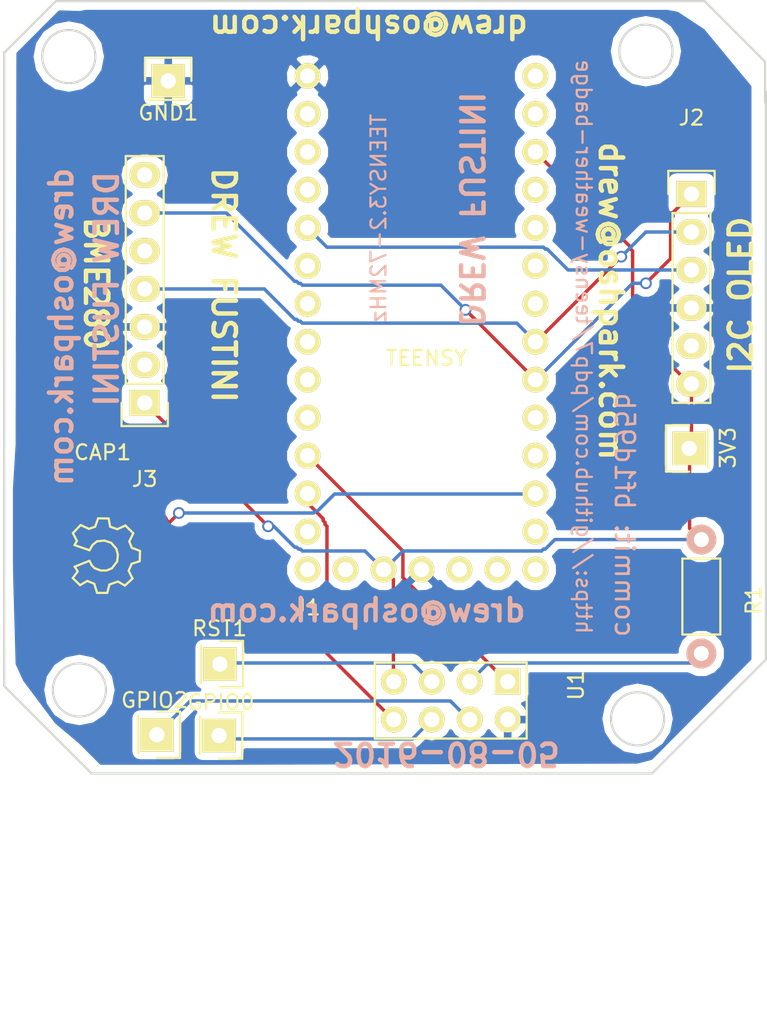
<source format=kicad_pcb>
(kicad_pcb (version 4) (host pcbnew 4.0.2-1.fc23-product)

  (general
    (links 23)
    (no_connects 0)
    (area 121.57158 55.855799 173.82012 124.612401)
    (thickness 1.6)
    (drawings 28)
    (tracks 114)
    (zones 0)
    (modules 12)
    (nets 38)
  )

  (page A4)
  (layers
    (0 F.Cu signal)
    (31 B.Cu signal)
    (32 B.Adhes user)
    (33 F.Adhes user)
    (34 B.Paste user)
    (35 F.Paste user)
    (36 B.SilkS user)
    (37 F.SilkS user)
    (38 B.Mask user)
    (39 F.Mask user)
    (40 Dwgs.User user)
    (41 Cmts.User user)
    (42 Eco1.User user)
    (43 Eco2.User user)
    (44 Edge.Cuts user)
    (45 Margin user)
    (46 B.CrtYd user)
    (47 F.CrtYd user)
    (48 B.Fab user)
    (49 F.Fab user)
  )

  (setup
    (last_trace_width 0.2286)
    (trace_clearance 0.2286)
    (zone_clearance 0.508)
    (zone_45_only no)
    (trace_min 0.2286)
    (segment_width 0.2)
    (edge_width 0.15)
    (via_size 0.7874)
    (via_drill 0.5334)
    (via_min_size 0.762)
    (via_min_drill 0.508)
    (uvia_size 0.3)
    (uvia_drill 0.1)
    (uvias_allowed no)
    (uvia_min_size 0)
    (uvia_min_drill 0)
    (pcb_text_width 0.3)
    (pcb_text_size 1.5 1.5)
    (mod_edge_width 0.15)
    (mod_text_size 1 1)
    (mod_text_width 0.15)
    (pad_size 1.524 1.524)
    (pad_drill 0.762)
    (pad_to_mask_clearance 0.2)
    (aux_axis_origin 0 0)
    (visible_elements FFFFFFFF)
    (pcbplotparams
      (layerselection 0x00030_80000001)
      (usegerberextensions false)
      (excludeedgelayer true)
      (linewidth 0.100000)
      (plotframeref false)
      (viasonmask false)
      (mode 1)
      (useauxorigin false)
      (hpglpennumber 1)
      (hpglpenspeed 20)
      (hpglpendiameter 15)
      (hpglpenoverlay 2)
      (psnegative false)
      (psa4output false)
      (plotreference true)
      (plotvalue true)
      (plotinvisibletext false)
      (padsonsilk false)
      (subtractmaskfromsilk false)
      (outputformat 1)
      (mirror false)
      (drillshape 1)
      (scaleselection 1)
      (outputdirectory ""))
  )

  (net 0 "")
  (net 1 "Net-(J1-Pad0)")
  (net 2 "Net-(J1-Pad1)")
  (net 3 "Net-(J1-Pad2)")
  (net 4 "Net-(J1-Pad5)")
  (net 5 "Net-(J1-Pad6)")
  (net 6 "Net-(J1-Pad7)")
  (net 7 "Net-(J1-Pad8)")
  (net 8 "Net-(J1-PadPGM)")
  (net 9 "Net-(J1-PadDAC)")
  (net 10 "Net-(J1-Pad16)")
  (net 11 "Net-(J1-Pad22)")
  (net 12 "Net-(J1-PadVIN)")
  (net 13 "Net-(J1-Pad21)")
  (net 14 "Net-(J1-Pad20)")
  (net 15 "Net-(J1-Pad23)")
  (net 16 "Net-(J1-Pad14)")
  (net 17 /CS)
  (net 18 /RST)
  (net 19 /GND)
  (net 20 "Net-(J1-Pad9)")
  (net 21 "Net-(J1-Pad10)")
  (net 22 "Net-(J1-Pad11)")
  (net 23 "Net-(J1-Pad12)")
  (net 24 "Net-(J1-Pad13)")
  (net 25 /SDA)
  (net 26 /3.3V)
  (net 27 /VIN)
  (net 28 /SCK)
  (net 29 /3V0)
  (net 30 /SDO)
  (net 31 "Net-(GPIO0-Pad1)")
  (net 32 "Net-(GPIO2-Pad1)")
  (net 33 "Net-(J1-Pad4)")
  (net 34 "Net-(R1-Pad2)")
  (net 35 "Net-(RST1-Pad1)")
  (net 36 "Net-(CAP1-Pad1)")
  (net 37 "Net-(J1-Pad17)")

  (net_class Default "This is the default net class."
    (clearance 0.2286)
    (trace_width 0.2286)
    (via_dia 0.7874)
    (via_drill 0.5334)
    (uvia_dia 0.3)
    (uvia_drill 0.1)
    (add_net /3.3V)
    (add_net /3V0)
    (add_net /CS)
    (add_net /GND)
    (add_net /RST)
    (add_net /SCK)
    (add_net /SDA)
    (add_net /SDO)
    (add_net /VIN)
    (add_net "Net-(CAP1-Pad1)")
    (add_net "Net-(GPIO0-Pad1)")
    (add_net "Net-(GPIO2-Pad1)")
    (add_net "Net-(J1-Pad0)")
    (add_net "Net-(J1-Pad1)")
    (add_net "Net-(J1-Pad10)")
    (add_net "Net-(J1-Pad11)")
    (add_net "Net-(J1-Pad12)")
    (add_net "Net-(J1-Pad13)")
    (add_net "Net-(J1-Pad14)")
    (add_net "Net-(J1-Pad16)")
    (add_net "Net-(J1-Pad17)")
    (add_net "Net-(J1-Pad2)")
    (add_net "Net-(J1-Pad20)")
    (add_net "Net-(J1-Pad21)")
    (add_net "Net-(J1-Pad22)")
    (add_net "Net-(J1-Pad23)")
    (add_net "Net-(J1-Pad4)")
    (add_net "Net-(J1-Pad5)")
    (add_net "Net-(J1-Pad6)")
    (add_net "Net-(J1-Pad7)")
    (add_net "Net-(J1-Pad8)")
    (add_net "Net-(J1-Pad9)")
    (add_net "Net-(J1-PadDAC)")
    (add_net "Net-(J1-PadPGM)")
    (add_net "Net-(J1-PadVIN)")
    (add_net "Net-(R1-Pad2)")
    (add_net "Net-(RST1-Pad1)")
  )

  (module Wickerlib:TEENSY-LC (layer F.Cu) (tedit 57999D63) (tstamp 577135A0)
    (at 153.136601 71.094601)
    (path /57998BF7)
    (fp_text reference J1 (at -10.16 25.4 180) (layer F.SilkS)
      (effects (font (size 1 1) (thickness 0.15)))
    )
    (fp_text value TEENSY3.2-72MHz (at -5.410201 -0.635001 90) (layer B.SilkS)
      (effects (font (size 1 1) (thickness 0.15)) (justify mirror))
    )
    (fp_text user TEENSY (at -2.209801 8.712199) (layer F.SilkS)
      (effects (font (size 1 1) (thickness 0.15)))
    )
    (fp_line (start -11.43 24.13) (end 6.35 24.13) (layer F.CrtYd) (width 0.1524))
    (fp_line (start -11.43 -11.43) (end -11.43 24.13) (layer F.CrtYd) (width 0.1524))
    (fp_line (start 6.35 -11.43) (end -11.43 -11.43) (layer F.CrtYd) (width 0.1524))
    (fp_line (start 6.35 24.13) (end 6.35 -11.43) (layer F.CrtYd) (width 0.1524))
    (pad G1 thru_hole circle (at -10.16 -10.16) (size 1.7272 1.7272) (drill 1.016) (layers *.Cu *.Mask F.SilkS)
      (net 19 /GND))
    (pad 0 thru_hole circle (at -10.16 -7.62) (size 1.7272 1.7272) (drill 1.016) (layers *.Cu *.Mask F.SilkS)
      (net 1 "Net-(J1-Pad0)"))
    (pad 1 thru_hole circle (at -10.16 -5.08) (size 1.7272 1.7272) (drill 1.016) (layers *.Cu *.Mask F.SilkS)
      (net 2 "Net-(J1-Pad1)"))
    (pad 2 thru_hole circle (at -10.16 -2.54) (size 1.7272 1.7272) (drill 1.016) (layers *.Cu *.Mask F.SilkS)
      (net 3 "Net-(J1-Pad2)"))
    (pad 3 thru_hole circle (at -10.16 0) (size 1.7272 1.7272) (drill 1.016) (layers *.Cu *.Mask F.SilkS)
      (net 18 /RST))
    (pad 4 thru_hole circle (at -10.16 2.54) (size 1.7272 1.7272) (drill 1.016) (layers *.Cu *.Mask F.SilkS)
      (net 33 "Net-(J1-Pad4)"))
    (pad 5 thru_hole circle (at -10.16 5.08) (size 1.7272 1.7272) (drill 1.016) (layers *.Cu *.Mask F.SilkS)
      (net 4 "Net-(J1-Pad5)"))
    (pad 6 thru_hole circle (at -10.16 7.62) (size 1.7272 1.7272) (drill 1.016) (layers *.Cu *.Mask F.SilkS)
      (net 5 "Net-(J1-Pad6)"))
    (pad 7 thru_hole circle (at -10.16 10.16) (size 1.7272 1.7272) (drill 1.016) (layers *.Cu *.Mask F.SilkS)
      (net 6 "Net-(J1-Pad7)"))
    (pad 8 thru_hole circle (at -10.16 12.7) (size 1.7272 1.7272) (drill 1.016) (layers *.Cu *.Mask F.SilkS)
      (net 7 "Net-(J1-Pad8)"))
    (pad 9 thru_hole circle (at -10.16 15.24) (size 1.7272 1.7272) (drill 1.016) (layers *.Cu *.Mask F.SilkS)
      (net 20 "Net-(J1-Pad9)"))
    (pad 10 thru_hole circle (at -10.16 17.78) (size 1.7272 1.7272) (drill 1.016) (layers *.Cu *.Mask F.SilkS)
      (net 21 "Net-(J1-Pad10)"))
    (pad 11 thru_hole circle (at -10.16 20.32) (size 1.7272 1.7272) (drill 1.016) (layers *.Cu *.Mask F.SilkS)
      (net 22 "Net-(J1-Pad11)"))
    (pad 12 thru_hole circle (at -10.16 22.86) (size 1.7272 1.7272) (drill 1.016) (layers *.Cu *.Mask F.SilkS)
      (net 23 "Net-(J1-Pad12)"))
    (pad 17A thru_hole circle (at -7.62 22.86) (size 1.7272 1.7272) (drill 1.016) (layers *.Cu *.Mask F.SilkS))
    (pad 3V1 thru_hole circle (at -5.08 22.86) (size 1.7272 1.7272) (drill 1.016) (layers *.Cu *.Mask F.SilkS)
      (net 27 /VIN))
    (pad G2 thru_hole circle (at -2.54 22.86) (size 1.7272 1.7272) (drill 1.016) (layers *.Cu *.Mask F.SilkS)
      (net 19 /GND))
    (pad PGM thru_hole circle (at 0 22.86) (size 1.7272 1.7272) (drill 1.016) (layers *.Cu *.Mask F.SilkS)
      (net 8 "Net-(J1-PadPGM)"))
    (pad DAC thru_hole circle (at 2.54 22.86) (size 1.7272 1.7272) (drill 1.016) (layers *.Cu *.Mask F.SilkS)
      (net 9 "Net-(J1-PadDAC)"))
    (pad 13 thru_hole circle (at 5.08 22.86) (size 1.7272 1.7272) (drill 1.016) (layers *.Cu *.Mask F.SilkS)
      (net 24 "Net-(J1-Pad13)"))
    (pad 16 thru_hole circle (at 5.08 15.24) (size 1.7272 1.7272) (drill 1.016) (layers *.Cu *.Mask F.SilkS)
      (net 10 "Net-(J1-Pad16)"))
    (pad 3V2 thru_hole circle (at 5.08 -5.08) (size 1.7272 1.7272) (drill 1.016) (layers *.Cu *.Mask F.SilkS)
      (net 27 /VIN))
    (pad 18 thru_hole circle (at 5.08 10.16) (size 1.7272 1.7272) (drill 1.016) (layers *.Cu *.Mask F.SilkS)
      (net 25 /SDA))
    (pad 17 thru_hole circle (at 5.08 12.7) (size 1.7272 1.7272) (drill 1.016) (layers *.Cu *.Mask F.SilkS)
      (net 37 "Net-(J1-Pad17)"))
    (pad G3 thru_hole circle (at 5.08 -7.62) (size 1.7272 1.7272) (drill 1.016) (layers *.Cu *.Mask F.SilkS))
    (pad 22 thru_hole circle (at 5.08 0) (size 1.7272 1.7272) (drill 1.016) (layers *.Cu *.Mask F.SilkS)
      (net 11 "Net-(J1-Pad22)"))
    (pad VIN thru_hole circle (at 5.08 -10.16) (size 1.7272 1.7272) (drill 1.016) (layers *.Cu *.Mask F.SilkS)
      (net 12 "Net-(J1-PadVIN)"))
    (pad 21 thru_hole circle (at 5.08 2.54) (size 1.7272 1.7272) (drill 1.016) (layers *.Cu *.Mask F.SilkS)
      (net 13 "Net-(J1-Pad21)"))
    (pad 20 thru_hole circle (at 5.08 5.08) (size 1.7272 1.7272) (drill 1.016) (layers *.Cu *.Mask F.SilkS)
      (net 14 "Net-(J1-Pad20)"))
    (pad 19 thru_hole circle (at 5.08 7.62) (size 1.7272 1.7272) (drill 1.016) (layers *.Cu *.Mask F.SilkS)
      (net 28 /SCK))
    (pad 23 thru_hole circle (at 5.08 -2.54) (size 1.7272 1.7272) (drill 1.016) (layers *.Cu *.Mask F.SilkS)
      (net 15 "Net-(J1-Pad23)"))
    (pad 14 thru_hole circle (at 5.08 20.32) (size 1.7272 1.7272) (drill 1.016) (layers *.Cu *.Mask F.SilkS)
      (net 16 "Net-(J1-Pad14)"))
    (pad 15 thru_hole circle (at 5.08 17.78) (size 1.7272 1.7272) (drill 1.016) (layers *.Cu *.Mask F.SilkS)
      (net 36 "Net-(CAP1-Pad1)"))
  )

  (module Wickerlib:Pin_Header_Straight_1x06 (layer F.Cu) (tedit 0) (tstamp 577135AA)
    (at 168.656 68.834)
    (descr "Through hole pin header")
    (tags "pin header")
    (path /57712F77)
    (fp_text reference J2 (at 0 -5.1) (layer F.SilkS)
      (effects (font (size 1 1) (thickness 0.15)))
    )
    (fp_text value OLED-I2C (at 0 -3.1) (layer F.Fab)
      (effects (font (size 1 1) (thickness 0.15)))
    )
    (fp_line (start -1.75 -1.75) (end -1.75 14.45) (layer F.CrtYd) (width 0.05))
    (fp_line (start 1.75 -1.75) (end 1.75 14.45) (layer F.CrtYd) (width 0.05))
    (fp_line (start -1.75 -1.75) (end 1.75 -1.75) (layer F.CrtYd) (width 0.05))
    (fp_line (start -1.75 14.45) (end 1.75 14.45) (layer F.CrtYd) (width 0.05))
    (fp_line (start 1.27 1.27) (end 1.27 13.97) (layer F.SilkS) (width 0.15))
    (fp_line (start 1.27 13.97) (end -1.27 13.97) (layer F.SilkS) (width 0.15))
    (fp_line (start -1.27 13.97) (end -1.27 1.27) (layer F.SilkS) (width 0.15))
    (fp_line (start 1.55 -1.55) (end 1.55 0) (layer F.SilkS) (width 0.15))
    (fp_line (start 1.27 1.27) (end -1.27 1.27) (layer F.SilkS) (width 0.15))
    (fp_line (start -1.55 0) (end -1.55 -1.55) (layer F.SilkS) (width 0.15))
    (fp_line (start -1.55 -1.55) (end 1.55 -1.55) (layer F.SilkS) (width 0.15))
    (pad 1 thru_hole rect (at 0 0) (size 2.032 1.7272) (drill 1.016) (layers *.Cu *.Mask F.SilkS)
      (net 25 /SDA))
    (pad 2 thru_hole oval (at 0 2.54) (size 2.032 1.7272) (drill 1.016) (layers *.Cu *.Mask F.SilkS)
      (net 28 /SCK))
    (pad 3 thru_hole oval (at 0 5.08) (size 2.032 1.7272) (drill 1.016) (layers *.Cu *.Mask F.SilkS)
      (net 18 /RST))
    (pad 4 thru_hole oval (at 0 7.62) (size 2.032 1.7272) (drill 1.016) (layers *.Cu *.Mask F.SilkS)
      (net 19 /GND))
    (pad 5 thru_hole oval (at 0 10.16) (size 2.032 1.7272) (drill 1.016) (layers *.Cu *.Mask F.SilkS)
      (net 26 /3.3V))
    (pad 6 thru_hole oval (at 0 12.7) (size 2.032 1.7272) (drill 1.016) (layers *.Cu *.Mask F.SilkS)
      (net 27 /VIN))
    (model Pin_Headers.3dshapes/Pin_Header_Straight_1x06.wrl
      (at (xyz 0 -0.25 0))
      (scale (xyz 1 1 1))
      (rotate (xyz 0 0 90))
    )
  )

  (module Wickerlib:Pin_Header_Straight_1x07 (layer F.Cu) (tedit 0) (tstamp 577135B5)
    (at 132.08 82.804 180)
    (descr "Through hole pin header")
    (tags "pin header")
    (path /57713409)
    (fp_text reference J3 (at 0 -5.1 180) (layer F.SilkS)
      (effects (font (size 1 1) (thickness 0.15)))
    )
    (fp_text value ADAFRUIT_BME280 (at 0 -3.1 180) (layer F.Fab)
      (effects (font (size 1 1) (thickness 0.15)))
    )
    (fp_line (start -1.75 -1.75) (end -1.75 17) (layer F.CrtYd) (width 0.05))
    (fp_line (start 1.75 -1.75) (end 1.75 17) (layer F.CrtYd) (width 0.05))
    (fp_line (start -1.75 -1.75) (end 1.75 -1.75) (layer F.CrtYd) (width 0.05))
    (fp_line (start -1.75 17) (end 1.75 17) (layer F.CrtYd) (width 0.05))
    (fp_line (start 1.27 1.27) (end 1.27 16.51) (layer F.SilkS) (width 0.15))
    (fp_line (start 1.27 16.51) (end -1.27 16.51) (layer F.SilkS) (width 0.15))
    (fp_line (start -1.27 16.51) (end -1.27 1.27) (layer F.SilkS) (width 0.15))
    (fp_line (start 1.55 -1.55) (end 1.55 0) (layer F.SilkS) (width 0.15))
    (fp_line (start 1.27 1.27) (end -1.27 1.27) (layer F.SilkS) (width 0.15))
    (fp_line (start -1.55 0) (end -1.55 -1.55) (layer F.SilkS) (width 0.15))
    (fp_line (start -1.55 -1.55) (end 1.55 -1.55) (layer F.SilkS) (width 0.15))
    (pad 1 thru_hole rect (at 0 0 180) (size 2.032 1.7272) (drill 1.016) (layers *.Cu *.Mask F.SilkS)
      (net 27 /VIN))
    (pad 2 thru_hole oval (at 0 2.54 180) (size 2.032 1.7272) (drill 1.016) (layers *.Cu *.Mask F.SilkS)
      (net 29 /3V0))
    (pad 3 thru_hole oval (at 0 5.08 180) (size 2.032 1.7272) (drill 1.016) (layers *.Cu *.Mask F.SilkS)
      (net 19 /GND))
    (pad 4 thru_hole oval (at 0 7.62 180) (size 2.032 1.7272) (drill 1.016) (layers *.Cu *.Mask F.SilkS)
      (net 28 /SCK))
    (pad 5 thru_hole oval (at 0 10.16 180) (size 2.032 1.7272) (drill 1.016) (layers *.Cu *.Mask F.SilkS)
      (net 30 /SDO))
    (pad 6 thru_hole oval (at 0 12.7 180) (size 2.032 1.7272) (drill 1.016) (layers *.Cu *.Mask F.SilkS)
      (net 25 /SDA))
    (pad 7 thru_hole oval (at 0 15.24 180) (size 2.032 1.7272) (drill 1.016) (layers *.Cu *.Mask F.SilkS)
      (net 17 /CS))
    (model Pin_Headers.3dshapes/Pin_Header_Straight_1x07.wrl
      (at (xyz 0 -0.3 0))
      (scale (xyz 1 1 1))
      (rotate (xyz 0 0 90))
    )
  )

  (module CHIP-DIPs:Symbol_OSHW-Logo_SilkScreen (layer F.Cu) (tedit 57999FF9) (tstamp 5771CADB)
    (at 129.286 93.0148 270)
    (descr "Symbol, OSHW-Logo, Silk Screen,")
    (tags "Symbol, OSHW-Logo, Silk Screen,")
    (fp_text reference REF** (at 0.09906 -4.38912 270) (layer F.Fab) hide
      (effects (font (size 1 1) (thickness 0.15)))
    )
    (fp_text value Symbol_OSHW-Logo_SilkScreen (at 0.30988 6.56082 270) (layer F.Fab) hide
      (effects (font (size 1 1) (thickness 0.15)))
    )
    (fp_line (start -1.78054 0.92964) (end -2.03962 1.49098) (layer F.SilkS) (width 0.15))
    (fp_line (start -2.03962 1.49098) (end -1.50114 2.00914) (layer F.SilkS) (width 0.15))
    (fp_line (start -1.50114 2.00914) (end -0.98044 1.7399) (layer F.SilkS) (width 0.15))
    (fp_line (start -0.98044 1.7399) (end -0.70104 1.89992) (layer F.SilkS) (width 0.15))
    (fp_line (start 0.73914 1.8796) (end 1.06934 1.6891) (layer F.SilkS) (width 0.15))
    (fp_line (start 1.06934 1.6891) (end 1.50876 2.0193) (layer F.SilkS) (width 0.15))
    (fp_line (start 1.50876 2.0193) (end 1.9812 1.52908) (layer F.SilkS) (width 0.15))
    (fp_line (start 1.9812 1.52908) (end 1.69926 1.04902) (layer F.SilkS) (width 0.15))
    (fp_line (start 1.69926 1.04902) (end 1.88976 0.57912) (layer F.SilkS) (width 0.15))
    (fp_line (start 1.88976 0.57912) (end 2.49936 0.39116) (layer F.SilkS) (width 0.15))
    (fp_line (start 2.49936 0.39116) (end 2.49936 -0.28956) (layer F.SilkS) (width 0.15))
    (fp_line (start 2.49936 -0.28956) (end 1.94056 -0.42926) (layer F.SilkS) (width 0.15))
    (fp_line (start 1.94056 -0.42926) (end 1.7399 -1.00076) (layer F.SilkS) (width 0.15))
    (fp_line (start 1.7399 -1.00076) (end 2.00914 -1.47066) (layer F.SilkS) (width 0.15))
    (fp_line (start 2.00914 -1.47066) (end 1.53924 -1.9812) (layer F.SilkS) (width 0.15))
    (fp_line (start 1.53924 -1.9812) (end 1.02108 -1.71958) (layer F.SilkS) (width 0.15))
    (fp_line (start 1.02108 -1.71958) (end 0.55118 -1.92024) (layer F.SilkS) (width 0.15))
    (fp_line (start 0.55118 -1.92024) (end 0.381 -2.46126) (layer F.SilkS) (width 0.15))
    (fp_line (start 0.381 -2.46126) (end -0.30988 -2.47904) (layer F.SilkS) (width 0.15))
    (fp_line (start -0.30988 -2.47904) (end -0.5207 -1.9304) (layer F.SilkS) (width 0.15))
    (fp_line (start -0.5207 -1.9304) (end -0.9398 -1.76022) (layer F.SilkS) (width 0.15))
    (fp_line (start -0.9398 -1.76022) (end -1.49098 -2.02946) (layer F.SilkS) (width 0.15))
    (fp_line (start -1.49098 -2.02946) (end -2.00914 -1.50114) (layer F.SilkS) (width 0.15))
    (fp_line (start -2.00914 -1.50114) (end -1.76022 -0.96012) (layer F.SilkS) (width 0.15))
    (fp_line (start -1.76022 -0.96012) (end -1.9304 -0.48006) (layer F.SilkS) (width 0.15))
    (fp_line (start -1.9304 -0.48006) (end -2.47904 -0.381) (layer F.SilkS) (width 0.15))
    (fp_line (start -2.47904 -0.381) (end -2.4892 0.32004) (layer F.SilkS) (width 0.15))
    (fp_line (start -2.4892 0.32004) (end -1.9304 0.5207) (layer F.SilkS) (width 0.15))
    (fp_line (start -1.9304 0.5207) (end -1.7907 0.91948) (layer F.SilkS) (width 0.15))
    (fp_line (start 0.35052 0.89916) (end 0.65024 0.7493) (layer F.SilkS) (width 0.15))
    (fp_line (start 0.65024 0.7493) (end 0.8509 0.55118) (layer F.SilkS) (width 0.15))
    (fp_line (start 0.8509 0.55118) (end 1.00076 0.14986) (layer F.SilkS) (width 0.15))
    (fp_line (start 1.00076 0.14986) (end 1.00076 -0.24892) (layer F.SilkS) (width 0.15))
    (fp_line (start 1.00076 -0.24892) (end 0.8509 -0.59944) (layer F.SilkS) (width 0.15))
    (fp_line (start 0.8509 -0.59944) (end 0.39878 -0.94996) (layer F.SilkS) (width 0.15))
    (fp_line (start 0.39878 -0.94996) (end -0.0508 -1.00076) (layer F.SilkS) (width 0.15))
    (fp_line (start -0.0508 -1.00076) (end -0.44958 -0.89916) (layer F.SilkS) (width 0.15))
    (fp_line (start -0.44958 -0.89916) (end -0.8509 -0.55118) (layer F.SilkS) (width 0.15))
    (fp_line (start -0.8509 -0.55118) (end -1.00076 -0.09906) (layer F.SilkS) (width 0.15))
    (fp_line (start -1.00076 -0.09906) (end -0.94996 0.39878) (layer F.SilkS) (width 0.15))
    (fp_line (start -0.94996 0.39878) (end -0.70104 0.70104) (layer F.SilkS) (width 0.15))
    (fp_line (start -0.70104 0.70104) (end -0.35052 0.89916) (layer F.SilkS) (width 0.15))
    (fp_line (start -0.35052 0.89916) (end -0.70104 1.89992) (layer F.SilkS) (width 0.15))
    (fp_line (start 0.35052 0.89916) (end 0.7493 1.89992) (layer F.SilkS) (width 0.15))
  )

  (module Wickerlib:Pin_Header_Straight_1x01 (layer F.Cu) (tedit 57999DF5) (tstamp 57998F33)
    (at 168.5036 85.852 90)
    (descr "Through hole pin header")
    (tags "pin header")
    (path /57999D59)
    (fp_text reference 3V3 (at 0.0508 2.5908 270) (layer F.SilkS)
      (effects (font (size 1 1) (thickness 0.15)))
    )
    (fp_text value 3V3 (at 0.1016 2.54 270) (layer F.Fab)
      (effects (font (size 1 1) (thickness 0.15)))
    )
    (fp_line (start 1.55 -1.55) (end 1.55 0) (layer F.SilkS) (width 0.15))
    (fp_line (start -1.75 -1.75) (end -1.75 1.75) (layer F.CrtYd) (width 0.05))
    (fp_line (start 1.75 -1.75) (end 1.75 1.75) (layer F.CrtYd) (width 0.05))
    (fp_line (start -1.75 -1.75) (end 1.75 -1.75) (layer F.CrtYd) (width 0.05))
    (fp_line (start -1.75 1.75) (end 1.75 1.75) (layer F.CrtYd) (width 0.05))
    (fp_line (start -1.55 0) (end -1.55 -1.55) (layer F.SilkS) (width 0.15))
    (fp_line (start -1.55 -1.55) (end 1.55 -1.55) (layer F.SilkS) (width 0.15))
    (fp_line (start -1.27 1.27) (end 1.27 1.27) (layer F.SilkS) (width 0.15))
    (pad 1 thru_hole rect (at 0 0 90) (size 2.2352 2.2352) (drill 1.016) (layers *.Cu *.Mask F.SilkS)
      (net 27 /VIN))
    (model Pin_Headers.3dshapes/Pin_Header_Straight_1x01.wrl
      (at (xyz 0 0 0))
      (scale (xyz 1 1 1))
      (rotate (xyz 0 0 90))
    )
  )

  (module Wickerlib:Pin_Header_Straight_1x01 (layer F.Cu) (tedit 57999E23) (tstamp 57998F38)
    (at 133.6548 61.2648)
    (descr "Through hole pin header")
    (tags "pin header")
    (path /57999AE9)
    (fp_text reference GND1 (at 0 2.1336 180) (layer F.SilkS)
      (effects (font (size 1 1) (thickness 0.15)))
    )
    (fp_text value GND (at -2.54 0.254 90) (layer F.Fab)
      (effects (font (size 1 1) (thickness 0.15)))
    )
    (fp_line (start 1.55 -1.55) (end 1.55 0) (layer F.SilkS) (width 0.15))
    (fp_line (start -1.75 -1.75) (end -1.75 1.75) (layer F.CrtYd) (width 0.05))
    (fp_line (start 1.75 -1.75) (end 1.75 1.75) (layer F.CrtYd) (width 0.05))
    (fp_line (start -1.75 -1.75) (end 1.75 -1.75) (layer F.CrtYd) (width 0.05))
    (fp_line (start -1.75 1.75) (end 1.75 1.75) (layer F.CrtYd) (width 0.05))
    (fp_line (start -1.55 0) (end -1.55 -1.55) (layer F.SilkS) (width 0.15))
    (fp_line (start -1.55 -1.55) (end 1.55 -1.55) (layer F.SilkS) (width 0.15))
    (fp_line (start -1.27 1.27) (end 1.27 1.27) (layer F.SilkS) (width 0.15))
    (pad 1 thru_hole rect (at 0 0) (size 2.2352 2.2352) (drill 1.016) (layers *.Cu *.Mask F.SilkS)
      (net 19 /GND))
    (model Pin_Headers.3dshapes/Pin_Header_Straight_1x01.wrl
      (at (xyz 0 0 0))
      (scale (xyz 1 1 1))
      (rotate (xyz 0 0 90))
    )
  )

  (module Wickerlib:Pin_Header_Straight_1x01 (layer F.Cu) (tedit 57999F8E) (tstamp 57998F3D)
    (at 137.0584 105.0544 270)
    (descr "Through hole pin header")
    (tags "pin header")
    (path /57999556)
    (fp_text reference GPIO0 (at -2.2352 -0.127 360) (layer F.SilkS)
      (effects (font (size 1 1) (thickness 0.15)))
    )
    (fp_text value GPIO0 (at 0 -3.1 270) (layer F.Fab)
      (effects (font (size 1 1) (thickness 0.15)))
    )
    (fp_line (start 1.55 -1.55) (end 1.55 0) (layer F.SilkS) (width 0.15))
    (fp_line (start -1.75 -1.75) (end -1.75 1.75) (layer F.CrtYd) (width 0.05))
    (fp_line (start 1.75 -1.75) (end 1.75 1.75) (layer F.CrtYd) (width 0.05))
    (fp_line (start -1.75 -1.75) (end 1.75 -1.75) (layer F.CrtYd) (width 0.05))
    (fp_line (start -1.75 1.75) (end 1.75 1.75) (layer F.CrtYd) (width 0.05))
    (fp_line (start -1.55 0) (end -1.55 -1.55) (layer F.SilkS) (width 0.15))
    (fp_line (start -1.55 -1.55) (end 1.55 -1.55) (layer F.SilkS) (width 0.15))
    (fp_line (start -1.27 1.27) (end 1.27 1.27) (layer F.SilkS) (width 0.15))
    (pad 1 thru_hole rect (at 0 0 270) (size 2.2352 2.2352) (drill 1.016) (layers *.Cu *.Mask F.SilkS)
      (net 31 "Net-(GPIO0-Pad1)"))
    (model Pin_Headers.3dshapes/Pin_Header_Straight_1x01.wrl
      (at (xyz 0 0 0))
      (scale (xyz 1 1 1))
      (rotate (xyz 0 0 90))
    )
  )

  (module Wickerlib:Pin_Header_Straight_1x01 (layer F.Cu) (tedit 57999F92) (tstamp 57998F42)
    (at 132.8928 105.0036 270)
    (descr "Through hole pin header")
    (tags "pin header")
    (path /579994A9)
    (fp_text reference GPIO2 (at -2.3114 0.1524 360) (layer F.SilkS)
      (effects (font (size 1 1) (thickness 0.15)))
    )
    (fp_text value GPIO2 (at 0.0508 2.3368 450) (layer F.Fab)
      (effects (font (size 1 1) (thickness 0.15)))
    )
    (fp_line (start 1.55 -1.55) (end 1.55 0) (layer F.SilkS) (width 0.15))
    (fp_line (start -1.75 -1.75) (end -1.75 1.75) (layer F.CrtYd) (width 0.05))
    (fp_line (start 1.75 -1.75) (end 1.75 1.75) (layer F.CrtYd) (width 0.05))
    (fp_line (start -1.75 -1.75) (end 1.75 -1.75) (layer F.CrtYd) (width 0.05))
    (fp_line (start -1.75 1.75) (end 1.75 1.75) (layer F.CrtYd) (width 0.05))
    (fp_line (start -1.55 0) (end -1.55 -1.55) (layer F.SilkS) (width 0.15))
    (fp_line (start -1.55 -1.55) (end 1.55 -1.55) (layer F.SilkS) (width 0.15))
    (fp_line (start -1.27 1.27) (end 1.27 1.27) (layer F.SilkS) (width 0.15))
    (pad 1 thru_hole rect (at 0 0 270) (size 2.2352 2.2352) (drill 1.016) (layers *.Cu *.Mask F.SilkS)
      (net 32 "Net-(GPIO2-Pad1)"))
    (model Pin_Headers.3dshapes/Pin_Header_Straight_1x01.wrl
      (at (xyz 0 0 0))
      (scale (xyz 1 1 1))
      (rotate (xyz 0 0 90))
    )
  )

  (module Resistors_ThroughHole:Resistor_Horizontal_RM7mm (layer F.Cu) (tedit 569FCF07) (tstamp 57998F48)
    (at 169.3164 91.948 270)
    (descr "Resistor, Axial,  RM 7.62mm, 1/3W,")
    (tags "Resistor Axial RM 7.62mm 1/3W R3")
    (path /57999054)
    (fp_text reference R1 (at 4.05892 -3.50012 270) (layer F.SilkS)
      (effects (font (size 1 1) (thickness 0.15)))
    )
    (fp_text value R (at 3.81 3.81 270) (layer F.Fab)
      (effects (font (size 1 1) (thickness 0.15)))
    )
    (fp_line (start -1.25 -1.5) (end 8.85 -1.5) (layer F.CrtYd) (width 0.05))
    (fp_line (start -1.25 1.5) (end -1.25 -1.5) (layer F.CrtYd) (width 0.05))
    (fp_line (start 8.85 -1.5) (end 8.85 1.5) (layer F.CrtYd) (width 0.05))
    (fp_line (start -1.25 1.5) (end 8.85 1.5) (layer F.CrtYd) (width 0.05))
    (fp_line (start 1.27 -1.27) (end 6.35 -1.27) (layer F.SilkS) (width 0.15))
    (fp_line (start 6.35 -1.27) (end 6.35 1.27) (layer F.SilkS) (width 0.15))
    (fp_line (start 6.35 1.27) (end 1.27 1.27) (layer F.SilkS) (width 0.15))
    (fp_line (start 1.27 1.27) (end 1.27 -1.27) (layer F.SilkS) (width 0.15))
    (pad 1 thru_hole circle (at 0 0 270) (size 1.99898 1.99898) (drill 1.00076) (layers *.Cu *.SilkS *.Mask)
      (net 27 /VIN))
    (pad 2 thru_hole circle (at 7.62 0 270) (size 1.99898 1.99898) (drill 1.00076) (layers *.Cu *.SilkS *.Mask)
      (net 34 "Net-(R1-Pad2)"))
  )

  (module Wickerlib:Pin_Header_Straight_1x01 (layer F.Cu) (tedit 57999F9E) (tstamp 57998F4D)
    (at 137.1092 100.2792 270)
    (descr "Through hole pin header")
    (tags "pin header")
    (path /579993C8)
    (fp_text reference RST1 (at -2.3876 0.0254 360) (layer F.SilkS)
      (effects (font (size 1 1) (thickness 0.15)))
    )
    (fp_text value RST (at 0 -3.1 270) (layer F.Fab)
      (effects (font (size 1 1) (thickness 0.15)))
    )
    (fp_line (start 1.55 -1.55) (end 1.55 0) (layer F.SilkS) (width 0.15))
    (fp_line (start -1.75 -1.75) (end -1.75 1.75) (layer F.CrtYd) (width 0.05))
    (fp_line (start 1.75 -1.75) (end 1.75 1.75) (layer F.CrtYd) (width 0.05))
    (fp_line (start -1.75 -1.75) (end 1.75 -1.75) (layer F.CrtYd) (width 0.05))
    (fp_line (start -1.75 1.75) (end 1.75 1.75) (layer F.CrtYd) (width 0.05))
    (fp_line (start -1.55 0) (end -1.55 -1.55) (layer F.SilkS) (width 0.15))
    (fp_line (start -1.55 -1.55) (end 1.55 -1.55) (layer F.SilkS) (width 0.15))
    (fp_line (start -1.27 1.27) (end 1.27 1.27) (layer F.SilkS) (width 0.15))
    (pad 1 thru_hole rect (at 0 0 270) (size 2.2352 2.2352) (drill 1.016) (layers *.Cu *.Mask F.SilkS)
      (net 35 "Net-(RST1-Pad1)"))
    (model Pin_Headers.3dshapes/Pin_Header_Straight_1x01.wrl
      (at (xyz 0 0 0))
      (scale (xyz 1 1 1))
      (rotate (xyz 0 0 90))
    )
  )

  (module ESP8266:ESP-01 (layer F.Cu) (tedit 553C10FF) (tstamp 57998F59)
    (at 156.3624 101.4476 270)
    (descr "Module, ESP-8266, ESP-01, 8 pin")
    (tags "Module ESP-8266 ESP8266")
    (path /57998B43)
    (fp_text reference U1 (at 0.254 -4.572 270) (layer F.SilkS)
      (effects (font (size 1 1) (thickness 0.15)))
    )
    (fp_text value ESP-01v090 (at 12.192 3.556 270) (layer F.Fab)
      (effects (font (size 1 1) (thickness 0.15)))
    )
    (fp_line (start -1.778 -3.302) (end 22.86 -3.302) (layer F.Fab) (width 0.1524))
    (fp_line (start 22.86 -3.302) (end 22.86 10.922) (layer F.Fab) (width 0.1524))
    (fp_line (start 22.86 10.922) (end -1.778 10.922) (layer F.Fab) (width 0.1524))
    (fp_line (start -1.778 10.922) (end -1.778 -3.302) (layer F.Fab) (width 0.1524))
    (fp_line (start 1.27 -1.27) (end -1.27 -1.27) (layer F.SilkS) (width 0.1524))
    (fp_line (start -1.27 -1.27) (end -1.27 1.27) (layer F.SilkS) (width 0.1524))
    (fp_line (start -1.75 -1.75) (end -1.75 9.4) (layer F.CrtYd) (width 0.05))
    (fp_line (start 4.3 -1.75) (end 4.3 9.4) (layer F.CrtYd) (width 0.05))
    (fp_line (start -1.75 -1.75) (end 4.3 -1.75) (layer F.CrtYd) (width 0.05))
    (fp_line (start -1.75 9.4) (end 4.3 9.4) (layer F.CrtYd) (width 0.05))
    (fp_line (start -1.27 1.27) (end -1.27 8.89) (layer F.SilkS) (width 0.1524))
    (fp_line (start -1.27 8.89) (end 3.81 8.89) (layer F.SilkS) (width 0.1524))
    (fp_line (start 3.81 8.89) (end 3.81 -1.27) (layer F.SilkS) (width 0.1524))
    (fp_line (start 3.81 -1.27) (end 1.27 -1.27) (layer F.SilkS) (width 0.1524))
    (pad 1 thru_hole rect (at 0 0 270) (size 1.7272 1.7272) (drill 1.016) (layers *.Cu *.Mask F.SilkS)
      (net 20 "Net-(J1-Pad9)"))
    (pad 2 thru_hole oval (at 2.54 0 270) (size 1.7272 1.7272) (drill 1.016) (layers *.Cu *.Mask F.SilkS)
      (net 19 /GND))
    (pad 3 thru_hole oval (at 0 2.54 270) (size 1.7272 1.7272) (drill 1.016) (layers *.Cu *.Mask F.SilkS)
      (net 34 "Net-(R1-Pad2)"))
    (pad 4 thru_hole oval (at 2.54 2.54 270) (size 1.7272 1.7272) (drill 1.016) (layers *.Cu *.Mask F.SilkS)
      (net 32 "Net-(GPIO2-Pad1)"))
    (pad 5 thru_hole oval (at 0 5.08 270) (size 1.7272 1.7272) (drill 1.016) (layers *.Cu *.Mask F.SilkS)
      (net 35 "Net-(RST1-Pad1)"))
    (pad 6 thru_hole oval (at 2.54 5.08 270) (size 1.7272 1.7272) (drill 1.016) (layers *.Cu *.Mask F.SilkS)
      (net 31 "Net-(GPIO0-Pad1)"))
    (pad 7 thru_hole oval (at 0 7.62 270) (size 1.7272 1.7272) (drill 1.016) (layers *.Cu *.Mask F.SilkS)
      (net 27 /VIN))
    (pad 8 thru_hole oval (at 2.54 7.62 270) (size 1.7272 1.7272) (drill 1.016) (layers *.Cu *.Mask F.SilkS)
      (net 21 "Net-(J1-Pad10)"))
  )

  (module Wickerlib:CAPSENSE_CIRCLE_D10 (layer F.Cu) (tedit 56C12BC6) (tstamp 57999605)
    (at 129.286 93.1672)
    (path /5799AACF)
    (fp_text reference CAP1 (at -0.025 -7.05) (layer F.SilkS)
      (effects (font (size 1 1) (thickness 0.15)))
    )
    (fp_text value CAPSENSE_CIRCLE (at 0.025 7.325) (layer F.Fab)
      (effects (font (size 1 1) (thickness 0.15)))
    )
    (pad 1 smd circle (at 0 0) (size 10.16 10.16) (layers F.Cu)
      (net 36 "Net-(CAP1-Pad1)") (clearance 0.508))
  )

  (gr_text "commit: bf1d95b" (at 164.1856 90.297 270) (layer B.SilkS)
    (effects (font (size 1.27 1.27) (thickness 0.1778)) (justify mirror))
  )
  (gr_text https://github.com/pdp7/teensy-weather-badge (at 161.4424 79.0448 270) (layer B.SilkS)
    (effects (font (size 1.016 1.016) (thickness 0.1524)) (justify mirror))
  )
  (gr_text 2016-08-05 (at 152.2476 106.2736 180) (layer B.SilkS)
    (effects (font (size 1.5 1.5) (thickness 0.3)) (justify mirror))
  )
  (gr_circle (center 127 59.6392) (end 128.4224 60.706) (layer Edge.Cuts) (width 0.15) (tstamp 5799942A))
  (gr_circle (center 127.7112 102.0064) (end 129.1336 103.0732) (layer Edge.Cuts) (width 0.15) (tstamp 57999428))
  (gr_text "drew@oshpark.com\n" (at 163.2712 75.9968 270) (layer F.SilkS)
    (effects (font (size 1.5 1.5) (thickness 0.3)))
  )
  (gr_line (start 173.5836 59.9948) (end 173.5836 62.738) (angle 90) (layer Edge.Cuts) (width 0.15))
  (gr_line (start 169.5196 55.9308) (end 173.5836 59.9948) (angle 90) (layer Edge.Cuts) (width 0.15))
  (gr_line (start 163.7792 55.9308) (end 169.5196 55.9308) (angle 90) (layer Edge.Cuts) (width 0.15))
  (gr_line (start 126.1364 55.9308) (end 163.7792 55.9308) (angle 90) (layer Edge.Cuts) (width 0.15))
  (gr_line (start 125.73 56.3372) (end 126.1364 55.9308) (angle 90) (layer Edge.Cuts) (width 0.15))
  (gr_line (start 124.968 57.0992) (end 125.73 56.3372) (angle 90) (layer Edge.Cuts) (width 0.15))
  (gr_line (start 122.682 59.3852) (end 124.968 57.0992) (angle 90) (layer Edge.Cuts) (width 0.15))
  (gr_circle (center 165.608 59.2836) (end 167.0304 60.3504) (layer Edge.Cuts) (width 0.15) (tstamp 5799924E))
  (gr_circle (center 165.0492 103.9368) (end 166.4716 105.0036) (layer Edge.Cuts) (width 0.15))
  (gr_line (start 122.682 101.7524) (end 122.682 59.3344) (angle 90) (layer Edge.Cuts) (width 0.15))
  (gr_line (start 128.524 107.5944) (end 122.682 101.7524) (angle 90) (layer Edge.Cuts) (width 0.15))
  (gr_line (start 166.0144 107.5944) (end 128.524 107.5944) (angle 90) (layer Edge.Cuts) (width 0.15))
  (gr_line (start 173.6344 99.9744) (end 166.0144 107.5944) (angle 90) (layer Edge.Cuts) (width 0.15))
  (gr_line (start 173.6344 61.976) (end 173.6344 99.9744) (angle 90) (layer Edge.Cuts) (width 0.15))
  (gr_text "drew@oshpark.com\n" (at 126.492 77.724 90) (layer B.SilkS) (tstamp 5772915B)
    (effects (font (size 1.5 1.5) (thickness 0.3)) (justify mirror))
  )
  (gr_text "DREW FUSTINI\n" (at 137.3632 74.93 270) (layer F.SilkS) (tstamp 57729157)
    (effects (font (size 1.5 1.5) (thickness 0.3)))
  )
  (gr_text "DREW FUSTINI\n" (at 153.924 69.85 270) (layer B.SilkS) (tstamp 57727945)
    (effects (font (size 1.5 1.5) (thickness 0.3)) (justify mirror))
  )
  (gr_text "drew@oshpark.com\n" (at 147.066 57.658 180) (layer F.SilkS) (tstamp 57727941)
    (effects (font (size 1.5 1.5) (thickness 0.3)))
  )
  (gr_text "drew@oshpark.com\n" (at 146.9136 96.6724) (layer B.SilkS)
    (effects (font (size 1.5 1.5) (thickness 0.3)) (justify mirror))
  )
  (gr_text "DREW FUSTINI\n" (at 129.54 75.184 90) (layer B.SilkS)
    (effects (font (size 1.5 1.5) (thickness 0.3)) (justify mirror))
  )
  (gr_text "I2C OLED" (at 171.958 75.5904 90) (layer F.SilkS)
    (effects (font (size 1.5 1.5) (thickness 0.3)))
  )
  (gr_text BME280 (at 128.8288 74.8284 270) (layer F.SilkS)
    (effects (font (size 1.5 1.5) (thickness 0.3)))
  )

  (segment (start 142.976601 71.094601) (end 144.272 72.39) (width 0.2286) (layer B.Cu) (net 18) (status 80000))
  (segment (start 144.272 72.39) (end 158.75 72.39) (width 0.2286) (layer B.Cu) (net 18) (status 80000))
  (segment (start 158.75 72.39) (end 158.877 72.517) (width 0.2286) (layer B.Cu) (net 18) (status 80000))
  (segment (start 158.877 72.517) (end 159.004 72.517) (width 0.2286) (layer B.Cu) (net 18) (status 80000))
  (segment (start 159.004 72.517) (end 160.401 73.914) (width 0.2286) (layer B.Cu) (net 18) (status 80000))
  (segment (start 160.401 73.914) (end 168.656 73.914) (width 0.2286) (layer B.Cu) (net 18) (status 80000))
  (segment (start 142.976601 86.334601) (end 149.352 92.71) (width 0.2286) (layer F.Cu) (net 20) (status 80000))
  (segment (start 149.352 92.71) (end 149.352 94.488) (width 0.2286) (layer F.Cu) (net 20) (status 80000))
  (segment (start 149.352 94.488) (end 149.479 94.615) (width 0.2286) (layer F.Cu) (net 20) (status 80000))
  (segment (start 149.479 94.615) (end 149.479 94.742) (width 0.2286) (layer F.Cu) (net 20) (status 80000))
  (segment (start 149.479 94.742) (end 149.733 94.996) (width 0.2286) (layer F.Cu) (net 20) (status 80000))
  (segment (start 149.733 94.996) (end 149.86 94.996) (width 0.2286) (layer F.Cu) (net 20) (status 80000))
  (segment (start 149.86 94.996) (end 156.337 101.473) (width 0.2286) (layer F.Cu) (net 20) (status 80000))
  (segment (start 156.337 101.473) (end 156.3624 101.4476) (width 0.2286) (layer F.Cu) (net 20) (tstamp 57A4E7B1) (status 80000))
  (segment (start 148.7424 103.9876) (end 148.59 103.886) (width 0.2286) (layer F.Cu) (net 21) (status 80000))
  (segment (start 148.59 103.886) (end 144.272 99.568) (width 0.2286) (layer F.Cu) (net 21) (status 80000))
  (segment (start 144.272 99.568) (end 144.272 91.059) (width 0.2286) (layer F.Cu) (net 21) (status 80000))
  (segment (start 144.272 91.059) (end 144.145 90.932) (width 0.2286) (layer F.Cu) (net 21) (status 80000))
  (segment (start 144.145 90.932) (end 144.145 90.805) (width 0.2286) (layer F.Cu) (net 21) (status 80000))
  (segment (start 144.145 90.805) (end 144.018 90.678) (width 0.2286) (layer F.Cu) (net 21) (status 80000))
  (segment (start 144.018 90.678) (end 144.018 90.551) (width 0.2286) (layer F.Cu) (net 21) (status 80000))
  (segment (start 144.018 90.551) (end 143.002 89.535) (width 0.2286) (layer F.Cu) (net 21) (status 80000))
  (segment (start 143.002 89.535) (end 143.002 88.9) (width 0.2286) (layer F.Cu) (net 21) (status 80000))
  (segment (start 143.002 88.9) (end 142.976601 88.874601) (width 0.2286) (layer F.Cu) (net 21) (tstamp 57A4E7AF) (status 80000))
  (segment (start 158.216601 81.254601) (end 153.543 76.581) (width 0.2286) (layer F.Cu) (net 25) (status 80000))
  (via (at 153.543 76.581) (size 0.7874) (layers F.Cu B.Cu) (net 25) (status 80000))
  (segment (start 153.543 76.581) (end 151.892 74.93) (width 0.2286) (layer B.Cu) (net 25) (status 80000))
  (segment (start 151.892 74.93) (end 142.621 74.93) (width 0.2286) (layer B.Cu) (net 25) (status 80000))
  (segment (start 142.621 74.93) (end 142.494 74.803) (width 0.2286) (layer B.Cu) (net 25) (status 80000))
  (segment (start 142.494 74.803) (end 142.367 74.803) (width 0.2286) (layer B.Cu) (net 25) (status 80000))
  (segment (start 142.367 74.803) (end 142.24 74.676) (width 0.2286) (layer B.Cu) (net 25) (status 80000))
  (segment (start 142.24 74.676) (end 142.113 74.676) (width 0.2286) (layer B.Cu) (net 25) (status 80000))
  (segment (start 142.113 74.676) (end 137.541 70.104) (width 0.2286) (layer B.Cu) (net 25) (status 80000))
  (segment (start 137.541 70.104) (end 132.08 70.104) (width 0.2286) (layer B.Cu) (net 25) (status 80000))
  (segment (start 158.216601 81.254601) (end 158.369 81.153) (width 0.2286) (layer B.Cu) (net 25) (status 80000))
  (segment (start 158.369 81.153) (end 164.719 74.803) (width 0.2286) (layer B.Cu) (net 25) (status 80000))
  (segment (start 164.719 74.803) (end 165.608 74.803) (width 0.2286) (layer B.Cu) (net 25) (status 80000))
  (via (at 165.608 74.803) (size 0.7874) (layers F.Cu B.Cu) (net 25) (status 80000))
  (segment (start 165.608 74.803) (end 167.259 73.152) (width 0.2286) (layer F.Cu) (net 25) (status 80000))
  (segment (start 167.259 73.152) (end 167.259 70.104) (width 0.2286) (layer F.Cu) (net 25) (status 80000))
  (segment (start 167.259 70.104) (end 167.386 70.104) (width 0.2286) (layer F.Cu) (net 25) (status 80000))
  (segment (start 167.386 70.104) (end 168.656 68.834) (width 0.2286) (layer F.Cu) (net 25) (status 80000))
  (segment (start 148.056601 93.954601) (end 146.812 92.71) (width 0.2286) (layer B.Cu) (net 27) (status 80000))
  (segment (start 146.812 92.71) (end 142.621 92.71) (width 0.2286) (layer B.Cu) (net 27) (status 80000))
  (segment (start 142.621 92.71) (end 142.494 92.583) (width 0.2286) (layer B.Cu) (net 27) (status 80000))
  (segment (start 142.494 92.583) (end 142.367 92.583) (width 0.2286) (layer B.Cu) (net 27) (status 80000))
  (segment (start 142.367 92.583) (end 142.24 92.456) (width 0.2286) (layer B.Cu) (net 27) (status 80000))
  (segment (start 142.24 92.456) (end 142.113 92.456) (width 0.2286) (layer B.Cu) (net 27) (status 80000))
  (segment (start 142.113 92.456) (end 140.716 91.059) (width 0.2286) (layer B.Cu) (net 27) (status 80000))
  (segment (start 140.716 91.059) (end 140.335 91.059) (width 0.2286) (layer B.Cu) (net 27) (status 80000))
  (via (at 140.335 91.059) (size 0.7874) (layers F.Cu B.Cu) (net 27) (status 80000))
  (segment (start 140.335 91.059) (end 132.08 82.804) (width 0.2286) (layer F.Cu) (net 27) (status 80000))
  (segment (start 168.656 81.534) (end 168.529 81.534) (width 0.2286) (layer F.Cu) (net 27) (status 80000))
  (segment (start 168.529 81.534) (end 164.719 77.724) (width 0.2286) (layer F.Cu) (net 27) (status 80000))
  (segment (start 164.719 77.724) (end 164.719 72.644) (width 0.2286) (layer F.Cu) (net 27) (status 80000))
  (segment (start 164.719 72.644) (end 164.592 72.517) (width 0.2286) (layer F.Cu) (net 27) (status 80000))
  (segment (start 164.592 72.517) (end 164.592 72.39) (width 0.2286) (layer F.Cu) (net 27) (status 80000))
  (segment (start 164.592 72.39) (end 158.216601 66.014601) (width 0.2286) (layer F.Cu) (net 27) (status 80000))
  (segment (start 148.056601 93.954601) (end 148.209 93.853) (width 0.2286) (layer B.Cu) (net 27) (status 80000))
  (segment (start 148.209 93.853) (end 149.352 92.71) (width 0.2286) (layer B.Cu) (net 27) (status 80000))
  (segment (start 149.352 92.71) (end 158.623 92.71) (width 0.2286) (layer B.Cu) (net 27) (status 80000))
  (segment (start 158.623 92.71) (end 158.75 92.583) (width 0.2286) (layer B.Cu) (net 27) (status 80000))
  (segment (start 158.75 92.583) (end 158.877 92.583) (width 0.2286) (layer B.Cu) (net 27) (status 80000))
  (segment (start 158.877 92.583) (end 159.512 91.948) (width 0.2286) (layer B.Cu) (net 27) (status 80000))
  (segment (start 159.512 91.948) (end 169.3164 91.948) (width 0.2286) (layer B.Cu) (net 27) (status 80000))
  (segment (start 148.056601 93.954601) (end 148.717 94.615) (width 0.2286) (layer F.Cu) (net 27) (status 80000))
  (segment (start 148.717 94.615) (end 148.717 101.473) (width 0.2286) (layer F.Cu) (net 27) (status 80000))
  (segment (start 148.717 101.473) (end 148.7424 101.4476) (width 0.2286) (layer F.Cu) (net 27) (tstamp 57A4E7AC) (status 80000))
  (segment (start 169.3164 91.948) (end 169.291 91.948) (width 0.2286) (layer F.Cu) (net 27) (status 80000))
  (segment (start 169.291 91.948) (end 168.529 91.186) (width 0.2286) (layer F.Cu) (net 27) (status 80000))
  (segment (start 168.529 91.186) (end 168.529 85.852) (width 0.2286) (layer F.Cu) (net 27) (status 80000))
  (segment (start 168.529 85.852) (end 168.5036 85.852) (width 0.2286) (layer F.Cu) (net 27) (tstamp 57A4E7AB) (status 80000))
  (segment (start 168.5036 85.852) (end 168.529 85.852) (width 0.2286) (layer F.Cu) (net 27) (status 80000))
  (segment (start 168.529 85.852) (end 168.656 85.725) (width 0.2286) (layer F.Cu) (net 27) (status 80000))
  (segment (start 168.656 85.725) (end 168.656 81.534) (width 0.2286) (layer F.Cu) (net 27) (status 80000))
  (segment (start 158.216601 78.714601) (end 158.369 78.613) (width 0.2286) (layer F.Cu) (net 28) (status 80000))
  (segment (start 158.369 78.613) (end 163.957 73.025) (width 0.2286) (layer F.Cu) (net 28) (status 80000))
  (via (at 163.957 73.025) (size 0.7874) (layers F.Cu B.Cu) (net 28) (status 80000))
  (segment (start 163.957 73.025) (end 165.608 71.374) (width 0.2286) (layer B.Cu) (net 28) (status 80000))
  (segment (start 165.608 71.374) (end 168.656 71.374) (width 0.2286) (layer B.Cu) (net 28) (status 80000))
  (segment (start 158.216601 78.714601) (end 156.972 77.47) (width 0.2286) (layer B.Cu) (net 28) (status 80000))
  (segment (start 156.972 77.47) (end 142.621 77.47) (width 0.2286) (layer B.Cu) (net 28) (status 80000))
  (segment (start 142.621 77.47) (end 142.494 77.343) (width 0.2286) (layer B.Cu) (net 28) (status 80000))
  (segment (start 142.494 77.343) (end 142.367 77.343) (width 0.2286) (layer B.Cu) (net 28) (status 80000))
  (segment (start 142.367 77.343) (end 142.24 77.216) (width 0.2286) (layer B.Cu) (net 28) (status 80000))
  (segment (start 142.24 77.216) (end 142.113 77.216) (width 0.2286) (layer B.Cu) (net 28) (status 80000))
  (segment (start 142.113 77.216) (end 140.081 75.184) (width 0.2286) (layer B.Cu) (net 28) (status 80000))
  (segment (start 140.081 75.184) (end 132.08 75.184) (width 0.2286) (layer B.Cu) (net 28) (status 80000))
  (segment (start 137.0584 105.0544) (end 137.287 105.283) (width 0.2286) (layer B.Cu) (net 31) (status 80000))
  (segment (start 137.287 105.283) (end 149.987 105.283) (width 0.2286) (layer B.Cu) (net 31) (status 80000))
  (segment (start 149.987 105.283) (end 151.2824 103.9876) (width 0.2286) (layer B.Cu) (net 31) (status 80000))
  (segment (start 132.8928 105.0036) (end 132.842 105.029) (width 0.2286) (layer B.Cu) (net 32) (status 80000))
  (segment (start 132.842 105.029) (end 135.128 102.743) (width 0.2286) (layer B.Cu) (net 32) (status 80000))
  (segment (start 135.128 102.743) (end 152.527 102.743) (width 0.2286) (layer B.Cu) (net 32) (status 80000))
  (segment (start 152.527 102.743) (end 153.797 104.013) (width 0.2286) (layer B.Cu) (net 32) (status 80000))
  (segment (start 153.797 104.013) (end 153.8224 103.9876) (width 0.2286) (layer B.Cu) (net 32) (tstamp 57A4E7AE) (status 80000))
  (segment (start 169.3164 99.568) (end 169.291 99.568) (width 0.2286) (layer B.Cu) (net 34) (status 80000))
  (segment (start 169.291 99.568) (end 168.656 100.203) (width 0.2286) (layer B.Cu) (net 34) (status 80000))
  (segment (start 168.656 100.203) (end 155.067 100.203) (width 0.2286) (layer B.Cu) (net 34) (status 80000))
  (segment (start 155.067 100.203) (end 153.8224 101.4476) (width 0.2286) (layer B.Cu) (net 34) (status 80000))
  (segment (start 137.1092 100.2792) (end 137.287 100.203) (width 0.2286) (layer B.Cu) (net 35) (status 80000))
  (segment (start 137.287 100.203) (end 149.987 100.203) (width 0.2286) (layer B.Cu) (net 35) (status 80000))
  (segment (start 149.987 100.203) (end 151.257 101.473) (width 0.2286) (layer B.Cu) (net 35) (status 80000))
  (segment (start 151.257 101.473) (end 151.2824 101.4476) (width 0.2286) (layer B.Cu) (net 35) (tstamp 57A4E7AD) (status 80000))
  (segment (start 129.286 93.1672) (end 129.286 93.218) (width 0.2286) (layer F.Cu) (net 36) (status 80000))
  (segment (start 129.286 93.218) (end 131.318 93.218) (width 0.2286) (layer F.Cu) (net 36) (status 80000))
  (segment (start 131.318 93.218) (end 134.366 90.17) (width 0.2286) (layer F.Cu) (net 36) (status 80000))
  (via (at 134.366 90.17) (size 0.7874) (layers F.Cu B.Cu) (net 36) (status 80000))
  (segment (start 134.366 90.17) (end 143.383 90.17) (width 0.2286) (layer B.Cu) (net 36) (status 80000))
  (segment (start 143.383 90.17) (end 143.51 90.043) (width 0.2286) (layer B.Cu) (net 36) (status 80000))
  (segment (start 143.51 90.043) (end 143.637 90.043) (width 0.2286) (layer B.Cu) (net 36) (status 80000))
  (segment (start 143.637 90.043) (end 144.78 88.9) (width 0.2286) (layer B.Cu) (net 36) (status 80000))
  (segment (start 144.78 88.9) (end 158.242 88.9) (width 0.2286) (layer B.Cu) (net 36) (status 80000))
  (segment (start 158.242 88.9) (end 158.216601 88.874601) (width 0.2286) (layer B.Cu) (net 36) (tstamp 57A4E7B0) (status 80000))

  (zone (net 19) (net_name /GND) (layer B.Cu) (tstamp 579996B7) (hatch edge 0.508)
    (connect_pads (clearance 0.508))
    (min_thickness 0.254)
    (fill yes (arc_segments 16) (thermal_gap 0.508) (thermal_bridge_width 0.508))
    (polygon
      (pts
        (xy 127.762 56.5912) (xy 126.1872 56.5404) (xy 123.4948 59.3344) (xy 123.444 85.598) (xy 123.19 89.7128)
        (xy 123.2916 94.9452) (xy 123.444 100.2792) (xy 123.952 101.3968) (xy 126.0856 104.2416) (xy 127.6604 105.5624)
        (xy 129.1336 107.0356) (xy 165.0492 106.934) (xy 166.0144 106.68) (xy 166.6748 106.0196) (xy 172.6692 99.9744)
        (xy 172.6692 61.6204) (xy 169.5196 57.8104) (xy 167.7416 56.642) (xy 166.37 56.388) (xy 128.4732 56.4388)
      )
    )
    (filled_polygon
      (pts
        (xy 167.693272 56.76221) (xy 169.43389 57.906044) (xy 172.5422 61.666097) (xy 172.5422 99.922108) (xy 166.584855 105.929939)
        (xy 165.948874 106.56592) (xy 165.032592 106.807047) (xy 137.688408 106.8844) (xy 129.162006 106.8844) (xy 127.750203 105.472597)
        (xy 127.742012 105.465094) (xy 126.178422 104.153696) (xy 124.567951 102.0064) (xy 125.2232 102.0064) (xy 125.412588 102.958516)
        (xy 125.951918 103.765682) (xy 126.759084 104.305012) (xy 127.7112 104.4944) (xy 128.663316 104.305012) (xy 129.290413 103.886)
        (xy 131.12776 103.886) (xy 131.12776 106.1212) (xy 131.172038 106.356517) (xy 131.31111 106.572641) (xy 131.52331 106.717631)
        (xy 131.7752 106.76864) (xy 134.0104 106.76864) (xy 134.245717 106.724362) (xy 134.461841 106.58529) (xy 134.606831 106.37309)
        (xy 134.65784 106.1212) (xy 134.65784 104.27283) (xy 135.43837 103.4923) (xy 135.475974 103.4923) (xy 135.344369 103.68491)
        (xy 135.29336 103.9368) (xy 135.29336 106.172) (xy 135.337638 106.407317) (xy 135.47671 106.623441) (xy 135.68891 106.768431)
        (xy 135.9408 106.81944) (xy 138.176 106.81944) (xy 138.411317 106.775162) (xy 138.627441 106.63609) (xy 138.772431 106.42389)
        (xy 138.82344 106.172) (xy 138.82344 106.0323) (xy 149.987 106.0323) (xy 150.273745 105.975263) (xy 150.516835 105.812835)
        (xy 150.891805 105.437865) (xy 151.2824 105.515559) (xy 151.855889 105.401485) (xy 152.34207 105.076629) (xy 152.5524 104.761848)
        (xy 152.76273 105.076629) (xy 153.248911 105.401485) (xy 153.8224 105.515559) (xy 154.395889 105.401485) (xy 154.88207 105.076629)
        (xy 155.098064 104.753372) (xy 155.155579 104.87609) (xy 155.587453 105.270288) (xy 156.003374 105.442558) (xy 156.2354 105.321417)
        (xy 156.2354 104.1146) (xy 156.4894 104.1146) (xy 156.4894 105.321417) (xy 156.721426 105.442558) (xy 157.137347 105.270288)
        (xy 157.569221 104.87609) (xy 157.817368 104.346627) (xy 157.696869 104.1146) (xy 156.4894 104.1146) (xy 156.2354 104.1146)
        (xy 156.2154 104.1146) (xy 156.2154 103.9368) (xy 162.5612 103.9368) (xy 162.750588 104.888916) (xy 163.289918 105.696082)
        (xy 164.097084 106.235412) (xy 165.0492 106.4248) (xy 166.001316 106.235412) (xy 166.808482 105.696082) (xy 167.347812 104.888916)
        (xy 167.5372 103.9368) (xy 167.347812 102.984684) (xy 166.808482 102.177518) (xy 166.001316 101.638188) (xy 165.0492 101.4488)
        (xy 164.097084 101.638188) (xy 163.289918 102.177518) (xy 162.750588 102.984684) (xy 162.5612 103.9368) (xy 156.2154 103.9368)
        (xy 156.2154 103.8606) (xy 156.2354 103.8606) (xy 156.2354 103.8406) (xy 156.4894 103.8406) (xy 156.4894 103.8606)
        (xy 157.696869 103.8606) (xy 157.817368 103.628573) (xy 157.569221 103.09911) (xy 157.382967 102.929105) (xy 157.461317 102.914362)
        (xy 157.677441 102.77529) (xy 157.822431 102.56309) (xy 157.87344 102.3112) (xy 157.87344 100.9523) (xy 168.388782 100.9523)
        (xy 168.389327 100.952846) (xy 168.989853 101.202206) (xy 169.640094 101.202774) (xy 170.241055 100.954462) (xy 170.701246 100.495073)
        (xy 170.950606 99.894547) (xy 170.951174 99.244306) (xy 170.702862 98.643345) (xy 170.243473 98.183154) (xy 169.642947 97.933794)
        (xy 168.992706 97.933226) (xy 168.391745 98.181538) (xy 167.931554 98.640927) (xy 167.682194 99.241453) (xy 167.682009 99.4537)
        (xy 155.067 99.4537) (xy 154.780255 99.510737) (xy 154.537165 99.673165) (xy 154.212995 99.997335) (xy 153.8224 99.919641)
        (xy 153.248911 100.033715) (xy 152.76273 100.358571) (xy 152.5524 100.673352) (xy 152.34207 100.358571) (xy 151.855889 100.033715)
        (xy 151.2824 99.919641) (xy 150.849433 100.005763) (xy 150.516835 99.673165) (xy 150.273745 99.510737) (xy 149.987 99.4537)
        (xy 138.87424 99.4537) (xy 138.87424 99.1616) (xy 138.829962 98.926283) (xy 138.69089 98.710159) (xy 138.47869 98.565169)
        (xy 138.2268 98.51416) (xy 135.9916 98.51416) (xy 135.756283 98.558438) (xy 135.540159 98.69751) (xy 135.395169 98.90971)
        (xy 135.34416 99.1616) (xy 135.34416 101.3968) (xy 135.388438 101.632117) (xy 135.52751 101.848241) (xy 135.73971 101.993231)
        (xy 135.742026 101.9937) (xy 135.128 101.9937) (xy 134.841255 102.050737) (xy 134.598165 102.213165) (xy 133.57277 103.23856)
        (xy 131.7752 103.23856) (xy 131.539883 103.282838) (xy 131.323759 103.42191) (xy 131.178769 103.63411) (xy 131.12776 103.886)
        (xy 129.290413 103.886) (xy 129.470482 103.765682) (xy 130.009812 102.958516) (xy 130.1992 102.0064) (xy 130.009812 101.054284)
        (xy 129.470482 100.247118) (xy 128.663316 99.707788) (xy 127.7112 99.5184) (xy 126.759084 99.707788) (xy 125.951918 100.247118)
        (xy 125.412588 101.054284) (xy 125.2232 102.0064) (xy 124.567951 102.0064) (xy 124.061897 101.331662) (xy 123.570216 100.249966)
        (xy 123.418565 94.942169) (xy 123.392 93.574072) (xy 123.392 88.50172) (xy 123.570759 85.605825) (xy 123.571 85.598246)
        (xy 123.581317 80.264) (xy 130.396655 80.264) (xy 130.510729 80.837489) (xy 130.835585 81.32367) (xy 130.849913 81.333243)
        (xy 130.828683 81.337238) (xy 130.612559 81.47631) (xy 130.467569 81.68851) (xy 130.41656 81.9404) (xy 130.41656 83.6676)
        (xy 130.460838 83.902917) (xy 130.59991 84.119041) (xy 130.81211 84.264031) (xy 131.064 84.31504) (xy 133.096 84.31504)
        (xy 133.331317 84.270762) (xy 133.547441 84.13169) (xy 133.692431 83.91949) (xy 133.74344 83.6676) (xy 133.74344 81.9404)
        (xy 133.699162 81.705083) (xy 133.56009 81.488959) (xy 133.34789 81.343969) (xy 133.306561 81.3356) (xy 133.324415 81.32367)
        (xy 133.649271 80.837489) (xy 133.763345 80.264) (xy 133.649271 79.690511) (xy 133.324415 79.20433) (xy 133.014931 78.997539)
        (xy 133.430732 78.626036) (xy 133.684709 78.098791) (xy 133.687358 78.083026) (xy 133.566217 77.851) (xy 132.207 77.851)
        (xy 132.207 77.871) (xy 131.953 77.871) (xy 131.953 77.851) (xy 130.593783 77.851) (xy 130.472642 78.083026)
        (xy 130.475291 78.098791) (xy 130.729268 78.626036) (xy 131.145069 78.997539) (xy 130.835585 79.20433) (xy 130.510729 79.690511)
        (xy 130.396655 80.264) (xy 123.581317 80.264) (xy 123.605881 67.564) (xy 130.396655 67.564) (xy 130.510729 68.137489)
        (xy 130.835585 68.62367) (xy 131.150366 68.834) (xy 130.835585 69.04433) (xy 130.510729 69.530511) (xy 130.396655 70.104)
        (xy 130.510729 70.677489) (xy 130.835585 71.16367) (xy 131.150366 71.374) (xy 130.835585 71.58433) (xy 130.510729 72.070511)
        (xy 130.396655 72.644) (xy 130.510729 73.217489) (xy 130.835585 73.70367) (xy 131.150366 73.914) (xy 130.835585 74.12433)
        (xy 130.510729 74.610511) (xy 130.396655 75.184) (xy 130.510729 75.757489) (xy 130.835585 76.24367) (xy 131.145069 76.450461)
        (xy 130.729268 76.821964) (xy 130.475291 77.349209) (xy 130.472642 77.364974) (xy 130.593783 77.597) (xy 131.953 77.597)
        (xy 131.953 77.577) (xy 132.207 77.577) (xy 132.207 77.597) (xy 133.566217 77.597) (xy 133.687358 77.364974)
        (xy 133.684709 77.349209) (xy 133.430732 76.821964) (xy 133.014931 76.450461) (xy 133.324415 76.24367) (xy 133.531798 75.9333)
        (xy 139.77063 75.9333) (xy 141.583165 77.745835) (xy 141.728553 77.84298) (xy 141.706891 77.864604) (xy 141.478262 78.415203)
        (xy 141.477742 79.011383) (xy 141.705409 79.562381) (xy 142.126604 79.984311) (xy 142.127532 79.984696) (xy 141.706891 80.404604)
        (xy 141.478262 80.955203) (xy 141.477742 81.551383) (xy 141.705409 82.102381) (xy 142.126604 82.524311) (xy 142.127532 82.524696)
        (xy 141.706891 82.944604) (xy 141.478262 83.495203) (xy 141.477742 84.091383) (xy 141.705409 84.642381) (xy 142.126604 85.064311)
        (xy 142.127532 85.064696) (xy 141.706891 85.484604) (xy 141.478262 86.035203) (xy 141.477742 86.631383) (xy 141.705409 87.182381)
        (xy 142.126604 87.604311) (xy 142.127532 87.604696) (xy 141.706891 88.024604) (xy 141.478262 88.575203) (xy 141.477742 89.171383)
        (xy 141.580757 89.4207) (xy 135.07154 89.4207) (xy 134.949472 89.298419) (xy 134.571519 89.141479) (xy 134.162277 89.141122)
        (xy 133.78405 89.297402) (xy 133.494419 89.586528) (xy 133.337479 89.964481) (xy 133.337122 90.373723) (xy 133.493402 90.75195)
        (xy 133.782528 91.041581) (xy 134.160481 91.198521) (xy 134.569723 91.198878) (xy 134.94795 91.042598) (xy 135.071463 90.9193)
        (xy 139.306422 90.9193) (xy 139.306122 91.262723) (xy 139.462402 91.64095) (xy 139.751528 91.930581) (xy 140.129481 92.087521)
        (xy 140.538723 92.087878) (xy 140.642378 92.045048) (xy 141.583165 92.985835) (xy 141.728553 93.08298) (xy 141.706891 93.104604)
        (xy 141.478262 93.655203) (xy 141.477742 94.251383) (xy 141.705409 94.802381) (xy 142.126604 95.224311) (xy 142.677203 95.45294)
        (xy 143.273383 95.45346) (xy 143.824381 95.225793) (xy 144.246311 94.804598) (xy 144.246696 94.80367) (xy 144.666604 95.224311)
        (xy 145.217203 95.45294) (xy 145.813383 95.45346) (xy 146.364381 95.225793) (xy 146.786311 94.804598) (xy 146.786696 94.80367)
        (xy 147.206604 95.224311) (xy 147.757203 95.45294) (xy 148.353383 95.45346) (xy 148.904381 95.225793) (xy 149.122147 95.008406)
        (xy 149.722401 95.008406) (xy 149.804342 95.261117) (xy 150.364631 95.464849) (xy 150.960236 95.438659) (xy 151.38886 95.261117)
        (xy 151.470801 95.008406) (xy 150.596601 94.134206) (xy 149.722401 95.008406) (xy 149.122147 95.008406) (xy 149.326311 94.804598)
        (xy 149.343142 94.764064) (xy 149.542796 94.828801) (xy 150.416996 93.954601) (xy 150.402854 93.940459) (xy 150.582459 93.760854)
        (xy 150.596601 93.774996) (xy 150.610744 93.760854) (xy 150.790349 93.940459) (xy 150.776206 93.954601) (xy 151.650406 94.828801)
        (xy 151.849634 94.764202) (xy 151.865409 94.802381) (xy 152.286604 95.224311) (xy 152.837203 95.45294) (xy 153.433383 95.45346)
        (xy 153.984381 95.225793) (xy 154.406311 94.804598) (xy 154.406696 94.80367) (xy 154.826604 95.224311) (xy 155.377203 95.45294)
        (xy 155.973383 95.45346) (xy 156.524381 95.225793) (xy 156.946311 94.804598) (xy 156.946696 94.80367) (xy 157.366604 95.224311)
        (xy 157.917203 95.45294) (xy 158.513383 95.45346) (xy 159.064381 95.225793) (xy 159.486311 94.804598) (xy 159.71494 94.253999)
        (xy 159.71546 93.657819) (xy 159.487793 93.106821) (xy 159.450354 93.069316) (xy 159.82237 92.6973) (xy 167.857483 92.6973)
        (xy 167.929938 92.872655) (xy 168.389327 93.332846) (xy 168.989853 93.582206) (xy 169.640094 93.582774) (xy 170.241055 93.334462)
        (xy 170.701246 92.875073) (xy 170.950606 92.274547) (xy 170.951174 91.624306) (xy 170.702862 91.023345) (xy 170.243473 90.563154)
        (xy 169.642947 90.313794) (xy 168.992706 90.313226) (xy 168.391745 90.561538) (xy 167.931554 91.020927) (xy 167.857736 91.1987)
        (xy 159.715389 91.1987) (xy 159.71546 91.117819) (xy 159.487793 90.566821) (xy 159.066598 90.144891) (xy 159.06567 90.144506)
        (xy 159.486311 89.724598) (xy 159.71494 89.173999) (xy 159.71546 88.577819) (xy 159.487793 88.026821) (xy 159.066598 87.604891)
        (xy 159.06567 87.604506) (xy 159.486311 87.184598) (xy 159.71494 86.633999) (xy 159.71546 86.037819) (xy 159.487793 85.486821)
        (xy 159.066598 85.064891) (xy 159.06567 85.064506) (xy 159.396352 84.7344) (xy 166.73856 84.7344) (xy 166.73856 86.9696)
        (xy 166.782838 87.204917) (xy 166.92191 87.421041) (xy 167.13411 87.566031) (xy 167.386 87.61704) (xy 169.6212 87.61704)
        (xy 169.856517 87.572762) (xy 170.072641 87.43369) (xy 170.217631 87.22149) (xy 170.26864 86.9696) (xy 170.26864 84.7344)
        (xy 170.224362 84.499083) (xy 170.08529 84.282959) (xy 169.87309 84.137969) (xy 169.6212 84.08696) (xy 167.386 84.08696)
        (xy 167.150683 84.131238) (xy 166.934559 84.27031) (xy 166.789569 84.48251) (xy 166.73856 84.7344) (xy 159.396352 84.7344)
        (xy 159.486311 84.644598) (xy 159.71494 84.093999) (xy 159.71546 83.497819) (xy 159.487793 82.946821) (xy 159.066598 82.524891)
        (xy 159.06567 82.524506) (xy 159.486311 82.104598) (xy 159.71494 81.553999) (xy 159.71546 80.957819) (xy 159.688675 80.892995)
        (xy 161.58767 78.994) (xy 166.972655 78.994) (xy 167.086729 79.567489) (xy 167.411585 80.05367) (xy 167.726366 80.264)
        (xy 167.411585 80.47433) (xy 167.086729 80.960511) (xy 166.972655 81.534) (xy 167.086729 82.107489) (xy 167.411585 82.59367)
        (xy 167.897766 82.918526) (xy 168.471255 83.0326) (xy 168.840745 83.0326) (xy 169.414234 82.918526) (xy 169.900415 82.59367)
        (xy 170.225271 82.107489) (xy 170.339345 81.534) (xy 170.225271 80.960511) (xy 169.900415 80.47433) (xy 169.585634 80.264)
        (xy 169.900415 80.05367) (xy 170.225271 79.567489) (xy 170.339345 78.994) (xy 170.225271 78.420511) (xy 169.900415 77.93433)
        (xy 169.590931 77.727539) (xy 170.006732 77.356036) (xy 170.260709 76.828791) (xy 170.263358 76.813026) (xy 170.142217 76.581)
        (xy 168.783 76.581) (xy 168.783 76.601) (xy 168.529 76.601) (xy 168.529 76.581) (xy 167.169783 76.581)
        (xy 167.048642 76.813026) (xy 167.051291 76.828791) (xy 167.305268 77.356036) (xy 167.721069 77.727539) (xy 167.411585 77.93433)
        (xy 167.086729 78.420511) (xy 166.972655 78.994) (xy 161.58767 78.994) (xy 164.96586 75.61581) (xy 165.024528 75.674581)
        (xy 165.402481 75.831521) (xy 165.811723 75.831878) (xy 166.18995 75.675598) (xy 166.479581 75.386472) (xy 166.636521 75.008519)
        (xy 166.636822 74.6633) (xy 167.204202 74.6633) (xy 167.411585 74.97367) (xy 167.721069 75.180461) (xy 167.305268 75.551964)
        (xy 167.051291 76.079209) (xy 167.048642 76.094974) (xy 167.169783 76.327) (xy 168.529 76.327) (xy 168.529 76.307)
        (xy 168.783 76.307) (xy 168.783 76.327) (xy 170.142217 76.327) (xy 170.263358 76.094974) (xy 170.260709 76.079209)
        (xy 170.006732 75.551964) (xy 169.590931 75.180461) (xy 169.900415 74.97367) (xy 170.225271 74.487489) (xy 170.339345 73.914)
        (xy 170.225271 73.340511) (xy 169.900415 72.85433) (xy 169.585634 72.644) (xy 169.900415 72.43367) (xy 170.225271 71.947489)
        (xy 170.339345 71.374) (xy 170.225271 70.800511) (xy 169.900415 70.31433) (xy 169.886087 70.304757) (xy 169.907317 70.300762)
        (xy 170.123441 70.16169) (xy 170.268431 69.94949) (xy 170.31944 69.6976) (xy 170.31944 67.9704) (xy 170.275162 67.735083)
        (xy 170.13609 67.518959) (xy 169.92389 67.373969) (xy 169.672 67.32296) (xy 167.64 67.32296) (xy 167.404683 67.367238)
        (xy 167.188559 67.50631) (xy 167.043569 67.71851) (xy 166.99256 67.9704) (xy 166.99256 69.6976) (xy 167.036838 69.932917)
        (xy 167.17591 70.149041) (xy 167.38811 70.294031) (xy 167.429439 70.3024) (xy 167.411585 70.31433) (xy 167.204202 70.6247)
        (xy 165.608 70.6247) (xy 165.321255 70.681737) (xy 165.143498 70.800511) (xy 165.078165 70.844165) (xy 163.926057 71.996273)
        (xy 163.753277 71.996122) (xy 163.37505 72.152402) (xy 163.085419 72.441528) (xy 162.928479 72.819481) (xy 162.928178 73.1647)
        (xy 160.71137 73.1647) (xy 159.533835 71.987165) (xy 159.479823 71.951075) (xy 159.486311 71.944598) (xy 159.71494 71.393999)
        (xy 159.71546 70.797819) (xy 159.487793 70.246821) (xy 159.066598 69.824891) (xy 159.06567 69.824506) (xy 159.486311 69.404598)
        (xy 159.71494 68.853999) (xy 159.71546 68.257819) (xy 159.487793 67.706821) (xy 159.066598 67.284891) (xy 159.06567 67.284506)
        (xy 159.486311 66.864598) (xy 159.71494 66.313999) (xy 159.71546 65.717819) (xy 159.487793 65.166821) (xy 159.066598 64.744891)
        (xy 159.06567 64.744506) (xy 159.486311 64.324598) (xy 159.71494 63.773999) (xy 159.71546 63.177819) (xy 159.487793 62.626821)
        (xy 159.066598 62.204891) (xy 159.06567 62.204506) (xy 159.486311 61.784598) (xy 159.71494 61.233999) (xy 159.71546 60.637819)
        (xy 159.487793 60.086821) (xy 159.066598 59.664891) (xy 158.515999 59.436262) (xy 157.919819 59.435742) (xy 157.368821 59.663409)
        (xy 156.946891 60.084604) (xy 156.718262 60.635203) (xy 156.717742 61.231383) (xy 156.945409 61.782381) (xy 157.366604 62.204311)
        (xy 157.367532 62.204696) (xy 156.946891 62.624604) (xy 156.718262 63.175203) (xy 156.717742 63.771383) (xy 156.945409 64.322381)
        (xy 157.366604 64.744311) (xy 157.367532 64.744696) (xy 156.946891 65.164604) (xy 156.718262 65.715203) (xy 156.717742 66.311383)
        (xy 156.945409 66.862381) (xy 157.366604 67.284311) (xy 157.367532 67.284696) (xy 156.946891 67.704604) (xy 156.718262 68.255203)
        (xy 156.717742 68.851383) (xy 156.945409 69.402381) (xy 157.366604 69.824311) (xy 157.367532 69.824696) (xy 156.946891 70.244604)
        (xy 156.718262 70.795203) (xy 156.717742 71.391383) (xy 156.820757 71.6407) (xy 144.58237 71.6407) (xy 144.434077 71.492407)
        (xy 144.47494 71.393999) (xy 144.47546 70.797819) (xy 144.247793 70.246821) (xy 143.826598 69.824891) (xy 143.82567 69.824506)
        (xy 144.246311 69.404598) (xy 144.47494 68.853999) (xy 144.47546 68.257819) (xy 144.247793 67.706821) (xy 143.826598 67.284891)
        (xy 143.82567 67.284506) (xy 144.246311 66.864598) (xy 144.47494 66.313999) (xy 144.47546 65.717819) (xy 144.247793 65.166821)
        (xy 143.826598 64.744891) (xy 143.82567 64.744506) (xy 144.246311 64.324598) (xy 144.47494 63.773999) (xy 144.47546 63.177819)
        (xy 144.247793 62.626821) (xy 143.826598 62.204891) (xy 143.786064 62.18806) (xy 143.850801 61.988406) (xy 142.976601 61.114206)
        (xy 142.102401 61.988406) (xy 142.167 62.187634) (xy 142.128821 62.203409) (xy 141.706891 62.624604) (xy 141.478262 63.175203)
        (xy 141.477742 63.771383) (xy 141.705409 64.322381) (xy 142.126604 64.744311) (xy 142.127532 64.744696) (xy 141.706891 65.164604)
        (xy 141.478262 65.715203) (xy 141.477742 66.311383) (xy 141.705409 66.862381) (xy 142.126604 67.284311) (xy 142.127532 67.284696)
        (xy 141.706891 67.704604) (xy 141.478262 68.255203) (xy 141.477742 68.851383) (xy 141.705409 69.402381) (xy 142.126604 69.824311)
        (xy 142.127532 69.824696) (xy 141.706891 70.244604) (xy 141.478262 70.795203) (xy 141.477742 71.391383) (xy 141.705409 71.942381)
        (xy 142.126604 72.364311) (xy 142.127532 72.364696) (xy 141.706891 72.784604) (xy 141.582013 73.085343) (xy 138.070835 69.574165)
        (xy 137.827745 69.411737) (xy 137.541 69.3547) (xy 133.531798 69.3547) (xy 133.324415 69.04433) (xy 133.009634 68.834)
        (xy 133.324415 68.62367) (xy 133.649271 68.137489) (xy 133.763345 67.564) (xy 133.649271 66.990511) (xy 133.324415 66.50433)
        (xy 132.838234 66.179474) (xy 132.264745 66.0654) (xy 131.895255 66.0654) (xy 131.321766 66.179474) (xy 130.835585 66.50433)
        (xy 130.510729 66.990511) (xy 130.396655 67.564) (xy 123.605881 67.564) (xy 123.62121 59.6392) (xy 124.512 59.6392)
        (xy 124.701388 60.591316) (xy 125.240718 61.398482) (xy 126.047884 61.937812) (xy 127 62.1272) (xy 127.952116 61.937812)
        (xy 128.531695 61.55055) (xy 131.9022 61.55055) (xy 131.9022 62.50871) (xy 131.998873 62.742099) (xy 132.177502 62.920727)
        (xy 132.410891 63.0174) (xy 133.36905 63.0174) (xy 133.5278 62.85865) (xy 133.5278 61.3918) (xy 133.7818 61.3918)
        (xy 133.7818 62.85865) (xy 133.94055 63.0174) (xy 134.898709 63.0174) (xy 135.132098 62.920727) (xy 135.310727 62.742099)
        (xy 135.4074 62.50871) (xy 135.4074 61.55055) (xy 135.24865 61.3918) (xy 133.7818 61.3918) (xy 133.5278 61.3918)
        (xy 132.06095 61.3918) (xy 131.9022 61.55055) (xy 128.531695 61.55055) (xy 128.759282 61.398482) (xy 129.298612 60.591316)
        (xy 129.412076 60.02089) (xy 131.9022 60.02089) (xy 131.9022 60.97905) (xy 132.06095 61.1378) (xy 133.5278 61.1378)
        (xy 133.5278 59.67095) (xy 133.7818 59.67095) (xy 133.7818 61.1378) (xy 135.24865 61.1378) (xy 135.4074 60.97905)
        (xy 135.4074 60.702631) (xy 141.466353 60.702631) (xy 141.492543 61.298236) (xy 141.670085 61.72686) (xy 141.922796 61.808801)
        (xy 142.796996 60.934601) (xy 143.156206 60.934601) (xy 144.030406 61.808801) (xy 144.283117 61.72686) (xy 144.486849 61.166571)
        (xy 144.460659 60.570966) (xy 144.283117 60.142342) (xy 144.030406 60.060401) (xy 143.156206 60.934601) (xy 142.796996 60.934601)
        (xy 141.922796 60.060401) (xy 141.670085 60.142342) (xy 141.466353 60.702631) (xy 135.4074 60.702631) (xy 135.4074 60.02089)
        (xy 135.349372 59.880796) (xy 142.102401 59.880796) (xy 142.976601 60.754996) (xy 143.850801 59.880796) (xy 143.76886 59.628085)
        (xy 143.208571 59.424353) (xy 142.612966 59.450543) (xy 142.184342 59.628085) (xy 142.102401 59.880796) (xy 135.349372 59.880796)
        (xy 135.310727 59.787501) (xy 135.132098 59.608873) (xy 134.898709 59.5122) (xy 133.94055 59.5122) (xy 133.7818 59.67095)
        (xy 133.5278 59.67095) (xy 133.36905 59.5122) (xy 132.410891 59.5122) (xy 132.177502 59.608873) (xy 131.998873 59.787501)
        (xy 131.9022 60.02089) (xy 129.412076 60.02089) (xy 129.488 59.6392) (xy 129.417267 59.2836) (xy 163.12 59.2836)
        (xy 163.309388 60.235716) (xy 163.848718 61.042882) (xy 164.655884 61.582212) (xy 165.608 61.7716) (xy 166.560116 61.582212)
        (xy 167.367282 61.042882) (xy 167.906612 60.235716) (xy 168.096 59.2836) (xy 167.906612 58.331484) (xy 167.367282 57.524318)
        (xy 166.560116 56.984988) (xy 165.608 56.7956) (xy 164.655884 56.984988) (xy 163.848718 57.524318) (xy 163.309388 58.331484)
        (xy 163.12 59.2836) (xy 129.417267 59.2836) (xy 129.298612 58.687084) (xy 128.759282 57.879918) (xy 127.952116 57.340588)
        (xy 127 57.1512) (xy 126.047884 57.340588) (xy 125.240718 57.879918) (xy 124.701388 58.687084) (xy 124.512 59.6392)
        (xy 123.62121 59.6392) (xy 123.621577 59.449715) (xy 126.397056 56.674236) (xy 127.757905 56.718134) (xy 127.78861 56.715381)
        (xy 128.136654 56.6408) (xy 167.037658 56.6408)
      )
    )
  )
)

</source>
